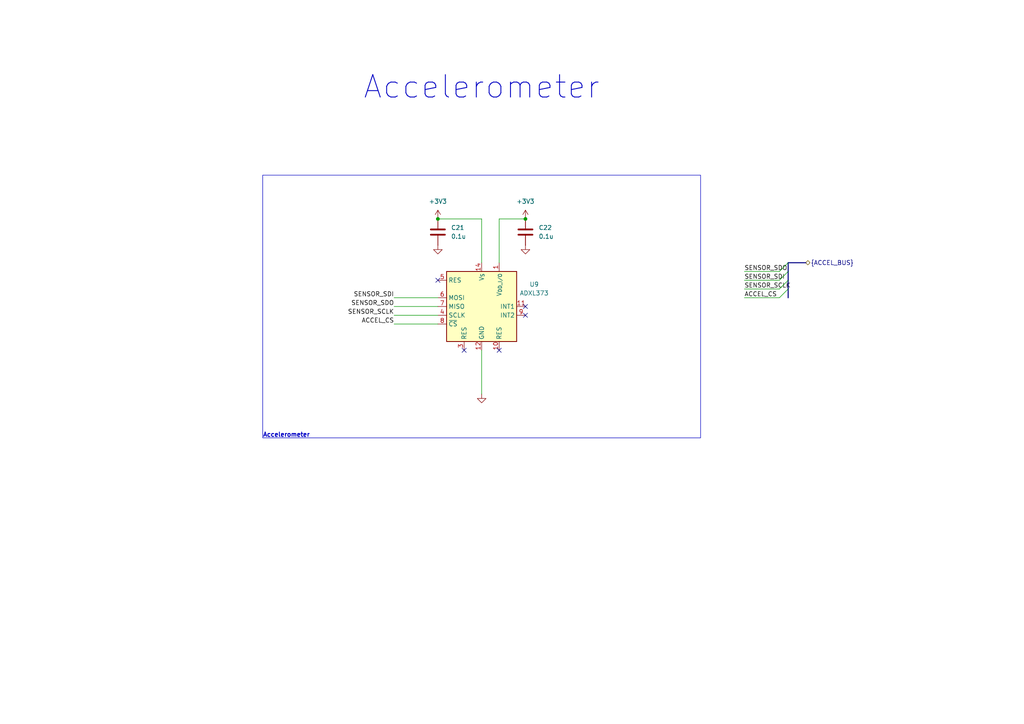
<source format=kicad_sch>
(kicad_sch (version 20250114) (generator "eeschema") (generator_version "9.0")
  (paper "A4")
  (title_block (title "${BOARD_NAME}") (date "${RELEASE_DATE}") (rev "${REVISION}") (company "${COMPANY}") (comment 1 "${VARIANT}"))
  (lib_symbols
    (symbol "Device:C" (pin_numbers (hide yes)) (pin_names (offset 0.254))
      (property "Reference" "C" (at 0.635 2.54 0))
      (property "Value" "C" (at 0.635 -2.54 0))
      (symbol "C_0_1"
        (polyline (pts (xy -2.032 0.762) (xy 2.032 0.762)) (stroke (width 0.508)))
        (polyline (pts (xy -2.032 -0.762) (xy 2.032 -0.762)) (stroke (width 0.508)))
      )
      (symbol "C_1_1"
        (pin passive line (at 0 3.81 270) (length 2.794) (name "~") (number "1"))
        (pin passive line (at 0 -3.81 90) (length 2.794) (name "~") (number "2"))
      )
    )
    (symbol "LaikaSensors:ADXL373"
      (property "Reference" "U" (at -8.89 11.43 0))
      (property "Value" "ADXL373" (at 6.35 11.43 0))
      (symbol "ADXL373_0_1"
        (rectangle (start -10.16 10.16) (end 10.16 -10.16) (stroke (width 0.254)) (fill (type background)))
      )
      (symbol "ADXL373_1_1"
        (pin input line (at -12.7 7.62 0) (length 2.54) (name "RES") (number "5"))
        (pin input line (at -12.7 2.54 0) (length 2.54) (name "MOSI") (number "6"))
        (pin output line (at -12.7 0 0) (length 2.54) (name "MISO") (number "7"))
        (pin input line (at -12.7 -2.54 0) (length 2.54) (name "SCLK") (number "4"))
        (pin input line (at -12.7 -5.08 0) (length 2.54) (name "~{CS}") (number "8"))
        (pin passive line (at -5.08 -12.7 90) (length 2.54) (name "RES") (number "3"))
        (pin power_in line (at 0 12.7 270) (length 2.54) (name "V_{S}") (number "14"))
        (pin power_in line (at 0 -12.7 90) (length 2.54) (name "GND") (number "12"))
        (pin passive line (at 0 -12.7 90) (length 2.54) (hide yes) (name "GND") (number "13"))
        (pin passive line (at 0 -12.7 90) (length 2.54) (hide yes) (name "GND") (number "16"))
        (pin power_in line (at 5.08 12.7 270) (length 2.54) (name "V_{DD_I/O}") (number "1"))
        (pin passive line (at 5.08 -12.7 90) (length 2.54) (name "RES") (number "10"))
        (pin output line (at 12.7 0 180) (length 2.54) (name "INT1") (number "11"))
        (pin output line (at 12.7 -2.54 180) (length 2.54) (name "INT2") (number "9"))
      )
    )
    (symbol "power:+3V3" (power) (pin_numbers (hide yes)) (pin_names (offset 0) (hide yes))
      (property "Value" "+3V3" (at 0 3.556 0))
      (symbol "+3V3_0_1"
        (polyline (pts (xy -0.762 1.27) (xy 0 2.54)))
        (polyline (pts (xy 0 2.54) (xy 0.762 1.27)))
        (polyline (pts (xy 0 0) (xy 0 2.54)))
      )
      (symbol "+3V3_1_1"
        (pin power_in line (at 0 0 90) (length 0) (name "~") (number "1"))
      )
    )
    (symbol "power:GND" (power) (pin_numbers (hide yes)) (pin_names (offset 0) (hide yes))
      (property "Value" "GND" (at 0 -3.81 0))
      (symbol "GND_0_1"
        (polyline (pts (xy 0 0) (xy 0 -1.27) (xy 1.27 -1.27) (xy 0 -2.54) (xy -1.27 -1.27) (xy 0 -1.27)))
      )
      (symbol "GND_1_1"
        (pin power_in line (at 0 0 270) (length 0) (name "~") (number "1"))
      )
    )
  )
  (bus_alias "ACCEL_BUS" (members "SENSOR_SDO" "SENSOR_SDI" "SENSOR_SCLK" "ACCEL_CS"))
  (rectangle (start 76.2 50.8) (end 203.2 127))
  (text "Accelerometer" (at 76.2 127 0) (effects (font (size 1.27 1.27) (thickness 0.254) (bold yes)) (justify left bottom)))
  (text "Accelerometer" (at 139.7 25.4 0) (effects (font (size 6.5024 6.5024) (thickness 0.254) (bold yes))))
  (junction (at 127 63.5))
  (junction (at 152.4 63.5))
  (no_connect (at 127 81.28))
  (no_connect (at 144.78 101.6))
  (no_connect (at 152.4 88.9))
  (no_connect (at 152.4 91.44))
  (no_connect (at 134.62 101.6))
  (bus_entry (at 228.6 81.28) (size -2.54 2.54))
  (bus_entry (at 228.6 78.74) (size -2.54 2.54))
  (bus_entry (at 228.6 83.82) (size -2.54 2.54))
  (bus_entry (at 228.6 76.2) (size -2.54 2.54))
  (bus (pts (xy 228.6 81.28) (xy 228.6 83.82)))
  (wire (pts (xy 215.9 86.36) (xy 226.06 86.36)))
  (wire (pts (xy 144.78 63.5) (xy 152.4 63.5)))
  (wire (pts (xy 215.9 81.28) (xy 226.06 81.28)))
  (bus (pts (xy 228.6 78.74) (xy 228.6 81.28)))
  (wire (pts (xy 139.7 76.2) (xy 139.7 63.5)))
  (wire (pts (xy 139.7 114.3) (xy 139.7 101.6)))
  (bus (pts (xy 233.68 76.2) (xy 228.6 76.2)))
  (bus (pts (xy 228.6 83.82) (xy 228.6 86.36)))
  (bus (pts (xy 228.6 76.2) (xy 228.6 78.74)))
  (wire (pts (xy 114.3 88.9) (xy 127 88.9)))
  (wire (pts (xy 215.9 78.74) (xy 226.06 78.74)))
  (wire (pts (xy 139.7 63.5) (xy 127 63.5)))
  (wire (pts (xy 114.3 91.44) (xy 127 91.44)))
  (wire (pts (xy 144.78 76.2) (xy 144.78 63.5)))
  (wire (pts (xy 114.3 93.98) (xy 127 93.98)))
  (wire (pts (xy 215.9 83.82) (xy 226.06 83.82)))
  (wire (pts (xy 114.3 86.36) (xy 127 86.36)))
  (label "ACCEL_CS" (at 215.9 86.36 0))
  (label "SENSOR_SDO" (at 215.9 78.74 0))
  (label "SENSOR_SCLK" (at 114.3 91.44 180))
  (label "ACCEL_CS" (at 114.3 93.98 180))
  (label "SENSOR_SDI" (at 114.3 86.36 180))
  (label "SENSOR_SDI" (at 215.9 81.28 0))
  (label "SENSOR_SDO" (at 114.3 88.9 180))
  (label "SENSOR_SCLK" (at 215.9 83.82 0))
  (hierarchical_label "{ACCEL_BUS}" (shape bidirectional) (at 233.68 76.2 0))
  (symbol (lib_id "power:+3V3") (at 152.4 63.5 0) (unit 1)
    (property "Reference" "#PWR0100" (effects (hide yes)))
    (property "Value" "+3V3" (at 152.4 58.42 0))
    (property "Description" "Power symbol creates a global label with name \"+3V3\"" (effects (hide yes)))
  )
  (symbol (lib_id "LaikaSensors:ADXL373") (at 139.7 88.9 0) (unit 1)
    (property "Reference" "U9" (at 154.94 82.4798 0))
    (property "Value" "ADXL373" (at 154.94 85.0198 0))
    (property "Footprint" "Sensor_Motion:Analog_LGA-16_3.25x3mm_P0.5mm_LayoutBorder3x5y" (effects (hide yes)))
    (property "Datasheet" "https://www.analog.com/media/en/technical-documentation/data-sheets/adxl373.pdf" (effects (hide yes)))
    (property "Description" "Micropower 3-Axis Accelerometer, Thermometer, +400g, SPI, LGA-16" (effects (hide yes)))
  )
  (symbol (lib_id "Device:C") (at 127 67.31 0) (unit 1)
    (property "Reference" "C21" (at 130.81 66.0399 0) (effects (justify left)))
    (property "Value" "0.1u" (at 130.81 68.5799 0) (effects (justify left)))
    (property "Description" "Unpolarized capacitor" (effects (hide yes)))
  )
  (symbol (lib_id "power:GND") (at 152.4 71.12 0) (unit 1)
    (property "Reference" "#PWR098" (effects (hide yes)))
    (property "Value" "GND" (effects (hide yes)))
    (property "Description" "Power symbol creates a global label with name \"GND\" , ground" (effects (hide yes)))
  )
  (symbol (lib_id "power:GND") (at 127 71.12 0) (unit 1)
    (property "Reference" "#PWR097" (effects (hide yes)))
    (property "Value" "GND" (effects (hide yes)))
    (property "Description" "Power symbol creates a global label with name \"GND\" , ground" (effects (hide yes)))
  )
  (symbol (lib_id "power:GND") (at 139.7 114.3 0) (unit 1)
    (property "Reference" "#PWR096" (effects (hide yes)))
    (property "Value" "GND" (effects (hide yes)))
    (property "Description" "Power symbol creates a global label with name \"GND\" , ground" (effects (hide yes)))
  )
  (symbol (lib_id "Device:C") (at 152.4 67.31 0) (unit 1)
    (property "Reference" "C22" (at 156.21 66.0399 0) (effects (justify left)))
    (property "Value" "0.1u" (at 156.21 68.5799 0) (effects (justify left)))
    (property "Description" "Unpolarized capacitor" (effects (hide yes)))
  )
  (symbol (lib_id "power:+3V3") (at 127 63.5 0) (unit 1)
    (property "Reference" "#PWR099" (effects (hide yes)))
    (property "Value" "+3V3" (at 127 58.42 0))
    (property "Description" "Power symbol creates a global label with name \"+3V3\"" (effects (hide yes)))
  )
)
</source>
